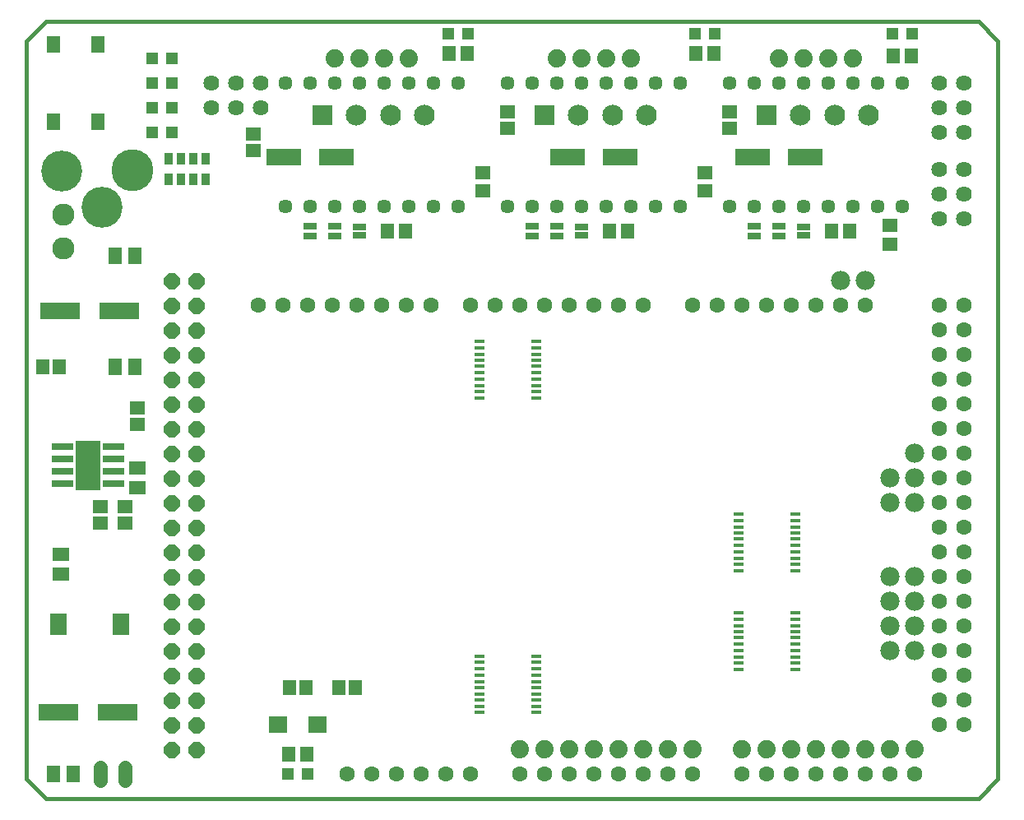
<source format=gts>
G75*
%MOIN*%
%OFA0B0*%
%FSLAX25Y25*%
%IPPOS*%
%LPD*%
%AMOC8*
5,1,8,0,0,1.08239X$1,22.5*
%
%ADD10C,0.01600*%
%ADD11C,0.06306*%
%ADD12R,0.05124X0.05124*%
%ADD13R,0.05518X0.06306*%
%ADD14C,0.07400*%
%ADD15C,0.05715*%
%ADD16C,0.06400*%
%ADD17R,0.06306X0.05518*%
%ADD18R,0.14180X0.06699*%
%ADD19R,0.08400X0.08400*%
%ADD20C,0.08400*%
%ADD21C,0.09000*%
%ADD22R,0.05518X0.06502*%
%ADD23R,0.05400X0.02900*%
%ADD24OC8,0.06400*%
%ADD25R,0.03353X0.04731*%
%ADD26R,0.09061X0.02762*%
%ADD27R,0.10400X0.20400*%
%ADD28R,0.06699X0.05518*%
%ADD29R,0.05518X0.06699*%
%ADD30R,0.16148X0.06699*%
%ADD31R,0.06699X0.09061*%
%ADD32C,0.05800*%
%ADD33R,0.03937X0.01772*%
%ADD34R,0.07487X0.07093*%
%ADD35C,0.07800*%
%ADD36C,0.16998*%
%ADD37C,0.16600*%
D10*
X0016500Y0009674D02*
X0024374Y0001800D01*
X0402327Y0001800D01*
X0410201Y0009674D01*
X0410201Y0308887D01*
X0402327Y0316761D01*
X0024374Y0316761D01*
X0016500Y0308887D01*
X0016500Y0308800D02*
X0016500Y0009800D01*
D11*
X0146500Y0011800D03*
X0156500Y0011800D03*
X0166500Y0011800D03*
X0176500Y0011800D03*
X0186500Y0011800D03*
X0196500Y0011800D03*
X0216500Y0011800D03*
X0226500Y0011800D03*
X0236500Y0011800D03*
X0246500Y0011800D03*
X0256500Y0011800D03*
X0266500Y0011800D03*
X0276500Y0011800D03*
X0286500Y0011800D03*
X0306500Y0011800D03*
X0316500Y0011800D03*
X0326500Y0011800D03*
X0336500Y0011800D03*
X0346500Y0011800D03*
X0356500Y0011800D03*
X0366500Y0011800D03*
X0376500Y0011800D03*
X0386500Y0031800D03*
X0396500Y0031800D03*
X0396500Y0041800D03*
X0386500Y0041800D03*
X0386500Y0051800D03*
X0396500Y0051800D03*
X0396500Y0061800D03*
X0386500Y0061800D03*
X0386500Y0071800D03*
X0396500Y0071800D03*
X0396500Y0081800D03*
X0386500Y0081800D03*
X0386500Y0091800D03*
X0396500Y0091800D03*
X0396500Y0101800D03*
X0386500Y0101800D03*
X0386500Y0111800D03*
X0396500Y0111800D03*
X0396500Y0121800D03*
X0386500Y0121800D03*
X0386500Y0131800D03*
X0396500Y0131800D03*
X0396500Y0141800D03*
X0386500Y0141800D03*
X0386500Y0151800D03*
X0396500Y0151800D03*
X0396500Y0161800D03*
X0386500Y0161800D03*
X0386500Y0171800D03*
X0396500Y0171800D03*
X0396500Y0181800D03*
X0386500Y0181800D03*
X0386500Y0191800D03*
X0396500Y0191800D03*
X0396500Y0201800D03*
X0386500Y0201800D03*
X0356500Y0201800D03*
X0346500Y0201800D03*
X0336500Y0201800D03*
X0326500Y0201800D03*
X0316500Y0201800D03*
X0306500Y0201800D03*
X0296500Y0201800D03*
X0286500Y0201800D03*
X0266500Y0201800D03*
X0256500Y0201800D03*
X0246500Y0201800D03*
X0236500Y0201800D03*
X0226500Y0201800D03*
X0216500Y0201800D03*
X0206500Y0201800D03*
X0196500Y0201800D03*
X0180500Y0201800D03*
X0170500Y0201800D03*
X0160500Y0201800D03*
X0150500Y0201800D03*
X0140500Y0201800D03*
X0130500Y0201800D03*
X0120500Y0201800D03*
X0110500Y0201800D03*
D12*
X0075634Y0271800D03*
X0067366Y0271800D03*
X0067366Y0281800D03*
X0075634Y0281800D03*
X0075634Y0291800D03*
X0067366Y0291800D03*
X0067366Y0301800D03*
X0075634Y0301800D03*
X0187366Y0311800D03*
X0195634Y0311800D03*
X0287366Y0311800D03*
X0295634Y0311800D03*
X0367366Y0311800D03*
X0375634Y0311800D03*
X0130634Y0011800D03*
X0122366Y0011800D03*
D13*
X0122760Y0019800D03*
X0130240Y0019800D03*
X0129846Y0046800D03*
X0123154Y0046800D03*
X0143154Y0046800D03*
X0149846Y0046800D03*
X0029846Y0176800D03*
X0023154Y0176800D03*
X0162760Y0231800D03*
X0170240Y0231800D03*
X0252760Y0231800D03*
X0260240Y0231800D03*
X0342760Y0231800D03*
X0350240Y0231800D03*
X0367760Y0302800D03*
X0375240Y0302800D03*
X0295240Y0303800D03*
X0287760Y0303800D03*
X0195240Y0303800D03*
X0187760Y0303800D03*
D14*
X0171500Y0301800D03*
X0161500Y0301800D03*
X0151500Y0301800D03*
X0141500Y0301800D03*
X0231500Y0301800D03*
X0241500Y0301800D03*
X0251500Y0301800D03*
X0261500Y0301800D03*
X0321500Y0301800D03*
X0331500Y0301800D03*
X0341500Y0301800D03*
X0351500Y0301800D03*
X0346500Y0021800D03*
X0336500Y0021800D03*
X0326500Y0021800D03*
X0316500Y0021800D03*
X0306500Y0021800D03*
X0286500Y0021800D03*
X0276500Y0021800D03*
X0266500Y0021800D03*
X0256500Y0021800D03*
X0246500Y0021800D03*
X0236500Y0021800D03*
X0226500Y0021800D03*
X0216500Y0021800D03*
X0356500Y0021800D03*
X0366500Y0021800D03*
X0376500Y0021800D03*
D15*
X0371500Y0241800D03*
X0361500Y0241800D03*
X0351500Y0241800D03*
X0341500Y0241800D03*
X0331500Y0241800D03*
X0321500Y0241800D03*
X0311500Y0241800D03*
X0301500Y0241800D03*
X0281500Y0241800D03*
X0271500Y0241800D03*
X0261500Y0241800D03*
X0251500Y0241800D03*
X0241500Y0241800D03*
X0231500Y0241800D03*
X0221500Y0241800D03*
X0211500Y0241800D03*
X0191500Y0241800D03*
X0181500Y0241800D03*
X0171500Y0241800D03*
X0161500Y0241800D03*
X0151500Y0241800D03*
X0141500Y0241800D03*
X0131500Y0241800D03*
X0121500Y0241800D03*
X0121500Y0291800D03*
X0131500Y0291800D03*
X0141500Y0291800D03*
X0151500Y0291800D03*
X0161500Y0291800D03*
X0171500Y0291800D03*
X0181500Y0291800D03*
X0191500Y0291800D03*
X0211500Y0291800D03*
X0221500Y0291800D03*
X0231500Y0291800D03*
X0241500Y0291800D03*
X0251500Y0291800D03*
X0261500Y0291800D03*
X0271500Y0291800D03*
X0281500Y0291800D03*
X0301500Y0291800D03*
X0311500Y0291800D03*
X0321500Y0291800D03*
X0331500Y0291800D03*
X0341500Y0291800D03*
X0351500Y0291800D03*
X0361500Y0291800D03*
X0371500Y0291800D03*
D16*
X0386500Y0291800D03*
X0396500Y0291800D03*
X0396500Y0281800D03*
X0386500Y0281800D03*
X0386500Y0271800D03*
X0396500Y0271800D03*
X0396500Y0256800D03*
X0386500Y0256800D03*
X0386500Y0246800D03*
X0396500Y0246800D03*
X0396500Y0236800D03*
X0386500Y0236800D03*
X0111500Y0281800D03*
X0101500Y0281800D03*
X0101500Y0291800D03*
X0111500Y0291800D03*
X0091500Y0291800D03*
X0091500Y0281800D03*
D17*
X0108500Y0271146D03*
X0108500Y0264454D03*
X0201500Y0255540D03*
X0201500Y0248060D03*
X0211500Y0273454D03*
X0211500Y0280146D03*
X0291500Y0255540D03*
X0291500Y0248060D03*
X0301500Y0273454D03*
X0301500Y0280146D03*
X0366500Y0234040D03*
X0366500Y0226560D03*
X0061500Y0160146D03*
X0061500Y0153454D03*
X0056500Y0120146D03*
X0056500Y0113454D03*
X0046500Y0113454D03*
X0046500Y0120146D03*
D18*
X0120870Y0261800D03*
X0142130Y0261800D03*
X0235870Y0261800D03*
X0257130Y0261800D03*
X0310870Y0261800D03*
X0332130Y0261800D03*
D19*
X0316500Y0278800D03*
X0226500Y0278800D03*
X0136500Y0278800D03*
D20*
X0150280Y0278800D03*
X0164059Y0278800D03*
X0177839Y0278800D03*
X0240280Y0278800D03*
X0254059Y0278800D03*
X0267839Y0278800D03*
X0330280Y0278800D03*
X0344059Y0278800D03*
X0357839Y0278800D03*
D21*
X0031500Y0238493D03*
X0031500Y0224713D03*
D22*
X0027642Y0276150D03*
X0045358Y0276150D03*
X0045358Y0307450D03*
X0027642Y0307450D03*
D23*
X0131500Y0233800D03*
X0131500Y0229800D03*
X0141500Y0229800D03*
X0141500Y0233800D03*
X0151500Y0233572D03*
X0151500Y0230028D03*
X0221500Y0229800D03*
X0221500Y0233800D03*
X0231500Y0233800D03*
X0231500Y0229800D03*
X0241500Y0230028D03*
X0241500Y0233572D03*
X0311500Y0233800D03*
X0311500Y0229800D03*
X0321500Y0229800D03*
X0321500Y0233800D03*
X0331500Y0233572D03*
X0331500Y0230028D03*
D24*
X0085358Y0211367D03*
X0075358Y0211367D03*
X0075358Y0201367D03*
X0085358Y0201367D03*
X0085358Y0191367D03*
X0075358Y0191367D03*
X0075358Y0181367D03*
X0085358Y0181367D03*
X0085358Y0171367D03*
X0075358Y0171367D03*
X0075358Y0161367D03*
X0085358Y0161367D03*
X0085358Y0151367D03*
X0075358Y0151367D03*
X0075358Y0141367D03*
X0085358Y0141367D03*
X0085358Y0131367D03*
X0075358Y0131367D03*
X0075358Y0121367D03*
X0085358Y0121367D03*
X0085358Y0111367D03*
X0075358Y0111367D03*
X0075358Y0101367D03*
X0085358Y0101367D03*
X0085358Y0091367D03*
X0075358Y0091367D03*
X0075358Y0081367D03*
X0085358Y0081367D03*
X0085358Y0071367D03*
X0075358Y0071367D03*
X0075358Y0061367D03*
X0085358Y0061367D03*
X0085358Y0051367D03*
X0075358Y0051367D03*
X0075358Y0041367D03*
X0085358Y0041367D03*
X0085358Y0031367D03*
X0075358Y0031367D03*
X0075358Y0021367D03*
X0085358Y0021367D03*
D25*
X0084000Y0252587D03*
X0089000Y0252587D03*
X0089000Y0261013D03*
X0084000Y0261013D03*
X0079000Y0261013D03*
X0074000Y0261013D03*
X0074000Y0252587D03*
X0079000Y0252587D03*
D26*
X0051736Y0144300D03*
X0051736Y0139300D03*
X0051736Y0134300D03*
X0051736Y0129300D03*
X0031264Y0129300D03*
X0031264Y0134300D03*
X0031264Y0139300D03*
X0031264Y0144300D03*
D27*
X0041500Y0136800D03*
D28*
X0061500Y0135737D03*
X0061500Y0127863D03*
X0030500Y0100737D03*
X0030500Y0092863D03*
D29*
X0027563Y0011800D03*
X0035437Y0011800D03*
X0052563Y0176800D03*
X0060437Y0176800D03*
X0060437Y0221800D03*
X0052563Y0221800D03*
D30*
X0054020Y0199438D03*
X0030004Y0199438D03*
X0029492Y0036800D03*
X0053508Y0036800D03*
D31*
X0054689Y0072312D03*
X0029492Y0072312D03*
D32*
X0046500Y0014500D02*
X0046500Y0009100D01*
X0056500Y0009100D02*
X0056500Y0014500D01*
D33*
X0199984Y0036623D03*
X0199984Y0039182D03*
X0199984Y0041741D03*
X0199984Y0044123D03*
X0199984Y0046682D03*
X0199984Y0049241D03*
X0199984Y0051800D03*
X0199984Y0054359D03*
X0199984Y0056918D03*
X0199984Y0059477D03*
X0223016Y0059477D03*
X0223016Y0056918D03*
X0223016Y0054359D03*
X0223016Y0051800D03*
X0223016Y0049241D03*
X0223016Y0046682D03*
X0223016Y0044123D03*
X0223016Y0041741D03*
X0223016Y0039182D03*
X0223016Y0036623D03*
X0304984Y0054123D03*
X0304984Y0056682D03*
X0304984Y0059241D03*
X0304984Y0061800D03*
X0304984Y0064359D03*
X0304984Y0066918D03*
X0304984Y0069477D03*
X0304984Y0071859D03*
X0304984Y0074418D03*
X0304984Y0076977D03*
X0304984Y0094123D03*
X0304984Y0096682D03*
X0304984Y0099241D03*
X0304984Y0101800D03*
X0304984Y0104359D03*
X0304984Y0106918D03*
X0304984Y0109477D03*
X0304984Y0111859D03*
X0304984Y0114418D03*
X0304984Y0116977D03*
X0328016Y0116977D03*
X0328016Y0114418D03*
X0328016Y0111859D03*
X0328016Y0109477D03*
X0328016Y0106918D03*
X0328016Y0104359D03*
X0328016Y0101800D03*
X0328016Y0099241D03*
X0328016Y0096682D03*
X0328016Y0094123D03*
X0328016Y0076977D03*
X0328016Y0074418D03*
X0328016Y0071859D03*
X0328016Y0069477D03*
X0328016Y0066918D03*
X0328016Y0064359D03*
X0328016Y0061800D03*
X0328016Y0059241D03*
X0328016Y0056682D03*
X0328016Y0054123D03*
X0223016Y0164123D03*
X0223016Y0166682D03*
X0223016Y0169241D03*
X0223016Y0171800D03*
X0223016Y0174359D03*
X0223016Y0176918D03*
X0223016Y0179477D03*
X0223016Y0181859D03*
X0223016Y0184418D03*
X0223016Y0186977D03*
X0199984Y0186977D03*
X0199984Y0184418D03*
X0199984Y0181859D03*
X0199984Y0179477D03*
X0199984Y0176918D03*
X0199984Y0174359D03*
X0199984Y0171800D03*
X0199984Y0169241D03*
X0199984Y0166682D03*
X0199984Y0164123D03*
D34*
X0134571Y0031800D03*
X0118429Y0031800D03*
D35*
X0346500Y0211800D03*
X0356500Y0211800D03*
X0376500Y0141800D03*
X0376500Y0131800D03*
X0376500Y0121800D03*
X0366500Y0121800D03*
X0366500Y0131800D03*
X0366500Y0091800D03*
X0366500Y0081800D03*
X0376500Y0081800D03*
X0376500Y0091800D03*
X0376500Y0071800D03*
X0376500Y0061800D03*
X0366500Y0061800D03*
X0366500Y0071800D03*
D36*
X0059637Y0256300D03*
D37*
X0047126Y0241491D03*
X0030815Y0256200D03*
M02*

</source>
